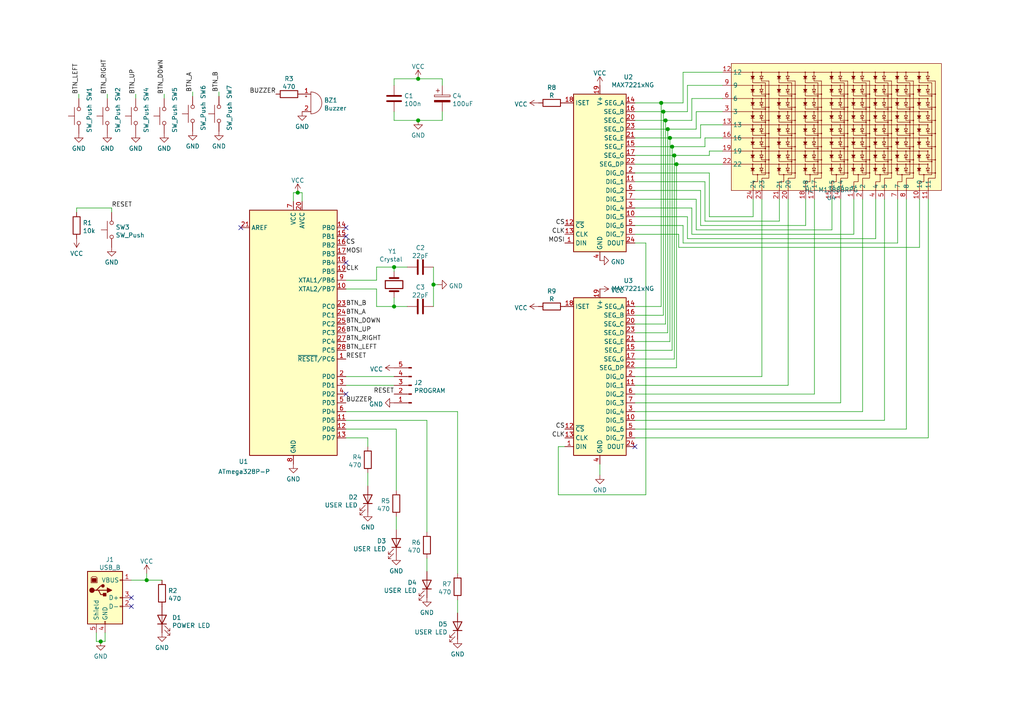
<source format=kicad_sch>
(kicad_sch (version 20210126) (generator eeschema)
  (paper "A4")
  (lib_symbols
    (symbol "Connector:Conn_01x05_Male" (pin_names (offset 1.016) hide)
      (property "Reference" "J" (at 0 7.62 0))
      (property "Value" "Conn_01x05_Male" (at 0 -7.62 0))
      (symbol "Conn_01x05_Male_1_1"
        (pin passive line (at 5.08 5.08 180) (length 3.81) (name "Pin_1") (number "1"))
        (pin passive line (at 5.08 2.54 180) (length 3.81) (name "Pin_2") (number "2"))
        (pin passive line (at 5.08 0 180) (length 3.81) (name "Pin_3") (number "3"))
        (pin passive line (at 5.08 -2.54 180) (length 3.81) (name "Pin_4") (number "4"))
        (pin passive line (at 5.08 -5.08 180) (length 3.81) (name "Pin_5") (number "5"))
      )
    )
    (symbol "Connector:USB_B" (pin_names (offset 1.016))
      (property "Reference" "J" (at -5.08 11.43 0))
      (property "Value" "USB_B" (at -5.08 8.89 0))
      (symbol "USB_B_1_1"
        (pin power_out line (at 7.62 5.08 180) (length 2.54) (name "VBUS") (number "1"))
        (pin bidirectional line (at 7.62 -2.54 180) (length 2.54) (name "D-") (number "2"))
        (pin bidirectional line (at 7.62 0 180) (length 2.54) (name "D+") (number "3"))
        (pin power_out line (at 0 -10.16 90) (length 2.54) (name "GND") (number "4"))
        (pin passive line (at -2.54 -10.16 90) (length 2.54) (name "Shield") (number "5"))
      )
    )
    (symbol "Device:Buzzer" (pin_names (offset 0.0254) hide)
      (property "Reference" "BZ" (at 3.81 1.27 0))
      (property "Value" "Buzzer" (at 3.81 -1.27 0))
      (symbol "Buzzer_1_1"
        (pin passive line (at -2.54 2.54 0) (length 2.54) (name "-") (number "1"))
        (pin passive line (at -2.54 -2.54 0) (length 2.54) (name "+") (number "2"))
      )
    )
    (symbol "Device:C" (pin_numbers hide) (pin_names (offset 0.254))
      (property "Reference" "C" (at 0.635 2.54 0))
      (property "Value" "C" (at 0.635 -2.54 0))
      (symbol "C_1_1"
        (pin passive line (at 0 3.81 270) (length 2.794) (name "~") (number "1"))
        (pin passive line (at 0 -3.81 90) (length 2.794) (name "~") (number "2"))
      )
    )
    (symbol "Device:C_Polarized" (pin_numbers hide) (pin_names (offset 0.254))
      (property "Reference" "C" (at 0.635 2.54 0))
      (property "Value" "C_Polarized" (at 0.635 -2.54 0))
      (symbol "C_Polarized_1_1"
        (pin passive line (at 0 3.81 270) (length 2.794) (name "~") (number "1"))
        (pin passive line (at 0 -3.81 90) (length 2.794) (name "~") (number "2"))
      )
    )
    (symbol "Device:Crystal" (pin_numbers hide) (pin_names (offset 1.016) hide)
      (property "Reference" "Y" (at 0 3.81 0))
      (property "Value" "Crystal" (at 0 -3.81 0))
      (symbol "Crystal_1_1"
        (pin passive line (at -3.81 0 0) (length 1.27) (name "1") (number "1"))
        (pin passive line (at 3.81 0 180) (length 1.27) (name "2") (number "2"))
      )
    )
    (symbol "Device:LED" (pin_numbers hide) (pin_names (offset 1.016) hide)
      (property "Reference" "D" (at 0 2.54 0))
      (property "Value" "LED" (at 0 -2.54 0))
      (symbol "LED_1_1"
        (pin passive line (at -3.81 0 0) (length 2.54) (name "K") (number "1"))
        (pin passive line (at 3.81 0 180) (length 2.54) (name "A") (number "2"))
      )
    )
    (symbol "Device:R" (pin_numbers hide) (pin_names (offset 0))
      (property "Reference" "R" (at 2.032 0 90))
      (property "Value" "R" (at 0 0 90))
      (symbol "R_1_1"
        (pin passive line (at 0 3.81 270) (length 1.27) (name "~") (number "1"))
        (pin passive line (at 0 -3.81 90) (length 1.27) (name "~") (number "2"))
      )
    )
    (symbol "Driver_LED:MAX7221xNG"
      (property "Reference" "U" (at -6.35 24.13 0))
      (property "Value" "MAX7221xNG" (at 1.27 25.4 0))
      (symbol "MAX7221xNG_1_1"
        (pin input line (at -10.16 -20.32 0) (length 2.54) (name "DIN") (number "1"))
        (pin open_collector line (at 10.16 -12.7 180) (length 2.54) (name "DIG_5") (number "10"))
        (pin open_collector line (at 10.16 -2.54 180) (length 2.54) (name "DIG_1") (number "11"))
        (pin input line (at -10.16 -15.24 0) (length 2.54) (name "~CS") (number "12"))
        (pin input line (at -10.16 -17.78 0) (length 2.54) (name "CLK") (number "13"))
        (pin open_emitter line (at 10.16 20.32 180) (length 2.54) (name "SEG_A") (number "14"))
        (pin open_emitter line (at 10.16 7.62 180) (length 2.54) (name "SEG_F") (number "15"))
        (pin open_emitter line (at 10.16 17.78 180) (length 2.54) (name "SEG_B") (number "16"))
        (pin open_emitter line (at 10.16 5.08 180) (length 2.54) (name "SEG_G") (number "17"))
        (pin input line (at -10.16 20.32 0) (length 2.54) (name "ISET") (number "18"))
        (pin power_in line (at 0 25.4 270) (length 2.54) (name "V+") (number "19"))
        (pin open_collector line (at 10.16 0 180) (length 2.54) (name "DIG_0") (number "2"))
        (pin open_emitter line (at 10.16 15.24 180) (length 2.54) (name "SEG_C") (number "20"))
        (pin open_emitter line (at 10.16 10.16 180) (length 2.54) (name "SEG_E") (number "21"))
        (pin open_emitter line (at 10.16 2.54 180) (length 2.54) (name "SEG_DP") (number "22"))
        (pin open_emitter line (at 10.16 12.7 180) (length 2.54) (name "SEG_D") (number "23"))
        (pin output line (at 10.16 -20.32 180) (length 2.54) (name "DOUT") (number "24"))
        (pin open_collector line (at 10.16 -10.16 180) (length 2.54) (name "DIG_4") (number "3"))
        (pin power_in line (at 0 -25.4 90) (length 2.54) (name "GND") (number "4"))
        (pin open_collector line (at 10.16 -15.24 180) (length 2.54) (name "DIG_6") (number "5"))
        (pin open_collector line (at 10.16 -5.08 180) (length 2.54) (name "DIG_2") (number "6"))
        (pin open_collector line (at 10.16 -7.62 180) (length 2.54) (name "DIG_3") (number "7"))
        (pin open_collector line (at 10.16 -17.78 180) (length 2.54) (name "DIG_7") (number "8"))
        (pin passive line (at 0 -25.4 90) (length 2.54) hide (name "GND") (number "9"))
      )
    )
    (symbol "MCU_Microchip_ATmega:ATmega328P-P"
      (property "Reference" "U" (at -12.7 36.83 0))
      (property "Value" "ATmega328P-P" (at 2.54 -36.83 0))
      (symbol "ATmega328P-P_1_1"
        (pin bidirectional line (at 15.24 -7.62 180) (length 2.54) (name "~RESET~/PC6") (number "1"))
        (pin bidirectional line (at 15.24 12.7 180) (length 2.54) (name "XTAL2/PB7") (number "10"))
        (pin bidirectional line (at 15.24 -25.4 180) (length 2.54) (name "PD5") (number "11"))
        (pin bidirectional line (at 15.24 -27.94 180) (length 2.54) (name "PD6") (number "12"))
        (pin bidirectional line (at 15.24 -30.48 180) (length 2.54) (name "PD7") (number "13"))
        (pin bidirectional line (at 15.24 30.48 180) (length 2.54) (name "PB0") (number "14"))
        (pin bidirectional line (at 15.24 27.94 180) (length 2.54) (name "PB1") (number "15"))
        (pin bidirectional line (at 15.24 25.4 180) (length 2.54) (name "PB2") (number "16"))
        (pin bidirectional line (at 15.24 22.86 180) (length 2.54) (name "PB3") (number "17"))
        (pin bidirectional line (at 15.24 20.32 180) (length 2.54) (name "PB4") (number "18"))
        (pin bidirectional line (at 15.24 17.78 180) (length 2.54) (name "PB5") (number "19"))
        (pin bidirectional line (at 15.24 -12.7 180) (length 2.54) (name "PD0") (number "2"))
        (pin power_in line (at 2.54 38.1 270) (length 2.54) (name "AVCC") (number "20"))
        (pin passive line (at -15.24 30.48 0) (length 2.54) (name "AREF") (number "21"))
        (pin passive line (at 0 -38.1 90) (length 2.54) hide (name "GND") (number "22"))
        (pin bidirectional line (at 15.24 7.62 180) (length 2.54) (name "PC0") (number "23"))
        (pin bidirectional line (at 15.24 5.08 180) (length 2.54) (name "PC1") (number "24"))
        (pin bidirectional line (at 15.24 2.54 180) (length 2.54) (name "PC2") (number "25"))
        (pin bidirectional line (at 15.24 0 180) (length 2.54) (name "PC3") (number "26"))
        (pin bidirectional line (at 15.24 -2.54 180) (length 2.54) (name "PC4") (number "27"))
        (pin bidirectional line (at 15.24 -5.08 180) (length 2.54) (name "PC5") (number "28"))
        (pin bidirectional line (at 15.24 -15.24 180) (length 2.54) (name "PD1") (number "3"))
        (pin bidirectional line (at 15.24 -17.78 180) (length 2.54) (name "PD2") (number "4"))
        (pin bidirectional line (at 15.24 -20.32 180) (length 2.54) (name "PD3") (number "5"))
        (pin bidirectional line (at 15.24 -22.86 180) (length 2.54) (name "PD4") (number "6"))
        (pin power_in line (at 0 38.1 270) (length 2.54) (name "VCC") (number "7"))
        (pin power_in line (at 0 -38.1 90) (length 2.54) (name "GND") (number "8"))
        (pin bidirectional line (at 15.24 15.24 180) (length 2.54) (name "XTAL1/PB6") (number "9"))
      )
    )
    (symbol "Switch:SW_Push" (pin_numbers hide) (pin_names (offset 1.016) hide)
      (property "Reference" "SW" (at 1.27 2.54 0))
      (property "Value" "SW_Push" (at 0 -1.524 0))
      (symbol "SW_Push_0_1"
        (pin passive line (at -5.08 0 0) (length 2.54) (name "1") (number "1"))
        (pin passive line (at 5.08 0 180) (length 2.54) (name "2") (number "2"))
      )
    )
    (symbol "power:GND" (power) (pin_names (offset 0))
      (property "Value" "GND" (at 0 -3.81 0))
      (symbol "GND_1_1"
        (pin power_in line (at 0 0 270) (length 0) hide (name "GND") (number "1"))
      )
    )
    (symbol "power:VCC" (power) (pin_names (offset 0))
      (property "Value" "VCC" (at 0 3.81 0))
      (symbol "VCC_1_1"
        (pin power_in line (at 0 0 90) (length 0) hide (name "VCC") (number "1"))
      )
    )
    (symbol "spark-console:HL-M1388BRPG"
      (property "Reference" "U4" (at 16.3576 21.1624 0))
      (property "Value" "HL-M1388BRPG" (at 16.3576 18.8637 0))
      (symbol "HL-M1388BRPG_1_1"
        (pin input line (at 22.86 21.59 270) (length 2.54) (name "1") (number "1"))
        (pin input line (at 41.91 21.59 270) (length 2.54) (name "10") (number "10"))
        (pin input line (at 44.45 21.59 270) (length 2.54) (name "11") (number "11"))
        (pin input line (at -15.24 -15.24 0) (length 2.54) (name "12") (number "12"))
        (pin input line (at -15.24 0 0) (length 2.54) (name "13") (number "13"))
        (pin input line (at 19.05 21.59 270) (length 2.54) (name "14") (number "14"))
        (pin input line (at 16.51 21.59 270) (length 2.54) (name "15") (number "15"))
        (pin input line (at -15.24 3.81 0) (length 2.54) (name "16") (number "16"))
        (pin input line (at 11.43 21.59 270) (length 2.54) (name "17") (number "17"))
        (pin input line (at 8.89 21.59 270) (length 2.54) (name "18") (number "18"))
        (pin input line (at -15.24 7.62 0) (length 2.54) (name "19") (number "19"))
        (pin input line (at 25.4 21.59 270) (length 2.54) (name "2") (number "2"))
        (pin input line (at 3.81 21.59 270) (length 2.54) (name "20") (number "20"))
        (pin input line (at 1.27 21.59 270) (length 2.54) (name "21") (number "21"))
        (pin input line (at -15.24 11.43 0) (length 2.54) (name "22") (number "22"))
        (pin input line (at -3.81 21.59 270) (length 2.54) (name "23") (number "23"))
        (pin input line (at -6.35 21.59 270) (length 2.54) (name "24") (number "24"))
        (pin input line (at -15.24 -3.81 0) (length 2.54) (name "3") (number "3"))
        (pin input line (at 29.21 21.59 270) (length 2.54) (name "4") (number "4"))
        (pin input line (at 31.75 21.59 270) (length 2.54) (name "5") (number "5"))
        (pin input line (at -15.24 -7.62 0) (length 2.54) (name "6") (number "6"))
        (pin input line (at 35.56 21.59 270) (length 2.54) (name "7") (number "7"))
        (pin input line (at 38.1 21.59 270) (length 2.54) (name "8") (number "8"))
        (pin input line (at -15.24 -11.43 0) (length 2.54) (name "9") (number "9"))
      )
    )
  )
  (junction (at 29.21 186.055) (diameter 1.016))
  (junction (at 42.545 168.275) (diameter 1.016))
  (junction (at 86.36 55.88) (diameter 1.016))
  (junction (at 114.3 77.47) (diameter 1.016))
  (junction (at 114.3 88.9) (diameter 1.016))
  (junction (at 121.285 22.86) (diameter 1.016))
  (junction (at 121.285 34.925) (diameter 1.016))
  (junction (at 125.73 82.55) (diameter 1.016))
  (junction (at 191.77 29.845) (diameter 1.016))
  (junction (at 192.405 32.385) (diameter 1.016))
  (junction (at 193.04 34.925) (diameter 1.016))
  (junction (at 193.675 37.465) (diameter 1.016))
  (junction (at 194.31 40.005) (diameter 1.016))
  (junction (at 194.945 42.545) (diameter 1.016))
  (junction (at 195.58 45.085) (diameter 1.016))
  (junction (at 196.215 47.625) (diameter 1.016))
  (no_connect (at 38.1 173.355))
  (no_connect (at 38.1 175.895))
  (no_connect (at 69.85 66.04))
  (no_connect (at 100.33 66.04))
  (no_connect (at 100.33 68.58))
  (no_connect (at 100.33 76.2))
  (no_connect (at 100.33 114.3))
  (no_connect (at 184.15 129.54))
  (wire (pts (xy 22.225 60.325) (xy 22.225 61.595)))
  (wire (pts (xy 22.225 60.325) (xy 32.385 60.325)))
  (wire (pts (xy 22.86 27.305) (xy 22.86 28.575)))
  (wire (pts (xy 27.94 183.515) (xy 27.94 186.055)))
  (wire (pts (xy 27.94 186.055) (xy 29.21 186.055)))
  (wire (pts (xy 29.21 186.055) (xy 30.48 186.055)))
  (wire (pts (xy 30.48 183.515) (xy 30.48 186.055)))
  (wire (pts (xy 31.115 27.305) (xy 31.115 28.575)))
  (wire (pts (xy 32.385 60.325) (xy 32.385 61.595)))
  (wire (pts (xy 38.1 168.275) (xy 42.545 168.275)))
  (wire (pts (xy 39.37 27.305) (xy 39.37 28.575)))
  (wire (pts (xy 42.545 166.37) (xy 42.545 168.275)))
  (wire (pts (xy 42.545 168.275) (xy 46.99 168.275)))
  (wire (pts (xy 47.625 27.305) (xy 47.625 28.575)))
  (wire (pts (xy 55.88 26.67) (xy 55.88 27.94)))
  (wire (pts (xy 63.5 26.67) (xy 63.5 27.94)))
  (wire (pts (xy 85.09 55.88) (xy 86.36 55.88)))
  (wire (pts (xy 85.09 58.42) (xy 85.09 55.88)))
  (wire (pts (xy 86.36 55.88) (xy 87.63 55.88)))
  (wire (pts (xy 87.63 55.88) (xy 87.63 58.42)))
  (wire (pts (xy 100.33 81.28) (xy 109.22 81.28)))
  (wire (pts (xy 100.33 83.82) (xy 109.22 83.82)))
  (wire (pts (xy 100.33 109.22) (xy 114.3 109.22)))
  (wire (pts (xy 100.33 111.76) (xy 114.3 111.76)))
  (wire (pts (xy 100.33 119.38) (xy 132.715 119.38)))
  (wire (pts (xy 100.33 121.92) (xy 123.825 121.92)))
  (wire (pts (xy 100.33 124.46) (xy 114.935 124.46)))
  (wire (pts (xy 100.33 127) (xy 106.68 127)))
  (wire (pts (xy 106.68 127) (xy 106.68 129.54)))
  (wire (pts (xy 106.68 137.16) (xy 106.68 140.97)))
  (wire (pts (xy 109.22 77.47) (xy 114.3 77.47)))
  (wire (pts (xy 109.22 81.28) (xy 109.22 77.47)))
  (wire (pts (xy 109.22 83.82) (xy 109.22 88.9)))
  (wire (pts (xy 109.22 88.9) (xy 114.3 88.9)))
  (wire (pts (xy 114.3 22.86) (xy 121.285 22.86)))
  (wire (pts (xy 114.3 24.765) (xy 114.3 22.86)))
  (wire (pts (xy 114.3 32.385) (xy 114.3 34.925)))
  (wire (pts (xy 114.3 34.925) (xy 121.285 34.925)))
  (wire (pts (xy 114.3 77.47) (xy 118.11 77.47)))
  (wire (pts (xy 114.3 78.74) (xy 114.3 77.47)))
  (wire (pts (xy 114.3 86.36) (xy 114.3 88.9)))
  (wire (pts (xy 114.935 124.46) (xy 114.935 142.24)))
  (wire (pts (xy 114.935 149.86) (xy 114.935 153.67)))
  (wire (pts (xy 118.11 88.9) (xy 114.3 88.9)))
  (wire (pts (xy 121.285 22.86) (xy 128.27 22.86)))
  (wire (pts (xy 121.285 34.925) (xy 128.27 34.925)))
  (wire (pts (xy 123.825 121.92) (xy 123.825 154.305)))
  (wire (pts (xy 123.825 161.925) (xy 123.825 165.735)))
  (wire (pts (xy 125.73 77.47) (xy 125.73 82.55)))
  (wire (pts (xy 125.73 82.55) (xy 125.73 88.9)))
  (wire (pts (xy 125.73 82.55) (xy 127 82.55)))
  (wire (pts (xy 128.27 22.86) (xy 128.27 24.765)))
  (wire (pts (xy 128.27 32.385) (xy 128.27 34.925)))
  (wire (pts (xy 132.715 119.38) (xy 132.715 166.37)))
  (wire (pts (xy 132.715 173.99) (xy 132.715 177.8)))
  (wire (pts (xy 161.925 129.54) (xy 163.83 129.54)))
  (wire (pts (xy 161.925 143.51) (xy 161.925 129.54)))
  (wire (pts (xy 173.99 134.62) (xy 173.99 137.795)))
  (wire (pts (xy 184.15 29.845) (xy 191.77 29.845)))
  (wire (pts (xy 184.15 32.385) (xy 192.405 32.385)))
  (wire (pts (xy 184.15 34.925) (xy 193.04 34.925)))
  (wire (pts (xy 184.15 37.465) (xy 193.675 37.465)))
  (wire (pts (xy 184.15 40.005) (xy 194.31 40.005)))
  (wire (pts (xy 184.15 45.085) (xy 195.58 45.085)))
  (wire (pts (xy 184.15 47.625) (xy 196.215 47.625)))
  (wire (pts (xy 184.15 50.165) (xy 205.74 50.165)))
  (wire (pts (xy 184.15 52.705) (xy 204.47 52.705)))
  (wire (pts (xy 184.15 55.245) (xy 203.2 55.245)))
  (wire (pts (xy 184.15 57.785) (xy 201.93 57.785)))
  (wire (pts (xy 184.15 60.325) (xy 200.66 60.325)))
  (wire (pts (xy 184.15 62.865) (xy 199.39 62.865)))
  (wire (pts (xy 184.15 65.405) (xy 198.12 65.405)))
  (wire (pts (xy 184.15 67.945) (xy 196.85 67.945)))
  (wire (pts (xy 184.15 70.485) (xy 187.325 70.485)))
  (wire (pts (xy 184.15 88.9) (xy 191.77 88.9)))
  (wire (pts (xy 184.15 91.44) (xy 192.405 91.44)))
  (wire (pts (xy 184.15 93.98) (xy 193.04 93.98)))
  (wire (pts (xy 184.15 96.52) (xy 193.675 96.52)))
  (wire (pts (xy 184.15 99.06) (xy 194.31 99.06)))
  (wire (pts (xy 184.15 101.6) (xy 194.945 101.6)))
  (wire (pts (xy 184.15 104.14) (xy 195.58 104.14)))
  (wire (pts (xy 184.15 106.68) (xy 196.215 106.68)))
  (wire (pts (xy 184.15 109.22) (xy 220.98 109.22)))
  (wire (pts (xy 184.15 111.76) (xy 228.6 111.76)))
  (wire (pts (xy 184.15 114.3) (xy 236.22 114.3)))
  (wire (pts (xy 184.15 116.84) (xy 243.84 116.84)))
  (wire (pts (xy 184.15 119.38) (xy 250.19 119.38)))
  (wire (pts (xy 184.15 121.92) (xy 256.54 121.92)))
  (wire (pts (xy 184.15 124.46) (xy 262.89 124.46)))
  (wire (pts (xy 184.15 127) (xy 269.24 127)))
  (wire (pts (xy 187.325 70.485) (xy 187.325 143.51)))
  (wire (pts (xy 187.325 143.51) (xy 161.925 143.51)))
  (wire (pts (xy 191.77 29.845) (xy 198.12 29.845)))
  (wire (pts (xy 191.77 88.9) (xy 191.77 29.845)))
  (wire (pts (xy 192.405 32.385) (xy 199.39 32.385)))
  (wire (pts (xy 192.405 91.44) (xy 192.405 32.385)))
  (wire (pts (xy 193.04 34.925) (xy 200.66 34.925)))
  (wire (pts (xy 193.04 93.98) (xy 193.04 34.925)))
  (wire (pts (xy 193.675 37.465) (xy 201.93 37.465)))
  (wire (pts (xy 193.675 96.52) (xy 193.675 37.465)))
  (wire (pts (xy 194.31 40.005) (xy 203.2 40.005)))
  (wire (pts (xy 194.31 99.06) (xy 194.31 40.005)))
  (wire (pts (xy 194.945 42.545) (xy 184.15 42.545)))
  (wire (pts (xy 194.945 101.6) (xy 194.945 42.545)))
  (wire (pts (xy 195.58 45.085) (xy 205.74 45.085)))
  (wire (pts (xy 195.58 104.14) (xy 195.58 45.085)))
  (wire (pts (xy 196.215 47.625) (xy 209.55 47.625)))
  (wire (pts (xy 196.215 106.68) (xy 196.215 47.625)))
  (wire (pts (xy 196.85 67.945) (xy 196.85 71.755)))
  (wire (pts (xy 196.85 71.755) (xy 266.7 71.755)))
  (wire (pts (xy 198.12 20.955) (xy 209.55 20.955)))
  (wire (pts (xy 198.12 29.845) (xy 198.12 20.955)))
  (wire (pts (xy 198.12 65.405) (xy 198.12 70.485)))
  (wire (pts (xy 198.12 70.485) (xy 260.35 70.485)))
  (wire (pts (xy 199.39 24.765) (xy 209.55 24.765)))
  (wire (pts (xy 199.39 32.385) (xy 199.39 24.765)))
  (wire (pts (xy 199.39 62.865) (xy 199.39 69.215)))
  (wire (pts (xy 199.39 69.215) (xy 254 69.215)))
  (wire (pts (xy 200.66 28.575) (xy 209.55 28.575)))
  (wire (pts (xy 200.66 34.925) (xy 200.66 28.575)))
  (wire (pts (xy 200.66 60.325) (xy 200.66 67.945)))
  (wire (pts (xy 200.66 67.945) (xy 247.65 67.945)))
  (wire (pts (xy 201.93 32.385) (xy 201.93 37.465)))
  (wire (pts (xy 201.93 57.785) (xy 201.93 66.675)))
  (wire (pts (xy 201.93 66.675) (xy 241.3 66.675)))
  (wire (pts (xy 203.2 36.195) (xy 209.55 36.195)))
  (wire (pts (xy 203.2 40.005) (xy 203.2 36.195)))
  (wire (pts (xy 203.2 55.245) (xy 203.2 65.405)))
  (wire (pts (xy 203.2 65.405) (xy 233.68 65.405)))
  (wire (pts (xy 204.47 40.005) (xy 204.47 42.545)))
  (wire (pts (xy 204.47 42.545) (xy 194.945 42.545)))
  (wire (pts (xy 204.47 52.705) (xy 204.47 64.135)))
  (wire (pts (xy 204.47 64.135) (xy 226.06 64.135)))
  (wire (pts (xy 205.74 43.815) (xy 209.55 43.815)))
  (wire (pts (xy 205.74 45.085) (xy 205.74 43.815)))
  (wire (pts (xy 205.74 50.165) (xy 205.74 62.865)))
  (wire (pts (xy 205.74 62.865) (xy 218.44 62.865)))
  (wire (pts (xy 209.55 32.385) (xy 201.93 32.385)))
  (wire (pts (xy 209.55 40.005) (xy 204.47 40.005)))
  (wire (pts (xy 218.44 62.865) (xy 218.44 57.785)))
  (wire (pts (xy 220.98 109.22) (xy 220.98 57.785)))
  (wire (pts (xy 226.06 64.135) (xy 226.06 57.785)))
  (wire (pts (xy 228.6 111.76) (xy 228.6 57.785)))
  (wire (pts (xy 233.68 57.785) (xy 233.68 65.405)))
  (wire (pts (xy 236.22 114.3) (xy 236.22 57.785)))
  (wire (pts (xy 241.3 66.675) (xy 241.3 57.785)))
  (wire (pts (xy 243.84 116.84) (xy 243.84 57.785)))
  (wire (pts (xy 247.65 67.945) (xy 247.65 57.785)))
  (wire (pts (xy 250.19 119.38) (xy 250.19 57.785)))
  (wire (pts (xy 254 69.215) (xy 254 57.785)))
  (wire (pts (xy 256.54 121.92) (xy 256.54 57.785)))
  (wire (pts (xy 260.35 70.485) (xy 260.35 57.785)))
  (wire (pts (xy 262.89 124.46) (xy 262.89 57.785)))
  (wire (pts (xy 266.7 71.755) (xy 266.7 57.785)))
  (wire (pts (xy 269.24 127) (xy 269.24 57.785)))
  (label "BTN_LEFT" (at 22.86 27.305 90))
  (label "BTN_RIGHT" (at 31.115 27.305 90))
  (label "RESET" (at 32.385 60.325 0))
  (label "BTN_UP" (at 39.37 27.305 90))
  (label "BTN_DOWN" (at 47.625 27.305 90))
  (label "BTN_A" (at 55.88 26.67 90))
  (label "BTN_B" (at 63.5 26.67 90))
  (label "BUZZER" (at 80.01 27.305 180))
  (label "CS" (at 100.33 71.12 0))
  (label "MOSI" (at 100.33 73.66 0))
  (label "CLK" (at 100.33 78.74 0))
  (label "BTN_B" (at 100.33 88.9 0))
  (label "BTN_A" (at 100.33 91.44 0))
  (label "BTN_DOWN" (at 100.33 93.98 0))
  (label "BTN_UP" (at 100.33 96.52 0))
  (label "BTN_RIGHT" (at 100.33 99.06 0))
  (label "BTN_LEFT" (at 100.33 101.6 0))
  (label "RESET" (at 100.33 104.14 0))
  (label "BUZZER" (at 100.33 116.84 0))
  (label "RESET" (at 114.3 114.3 180))
  (label "CS" (at 163.83 65.405 180))
  (label "CLK" (at 163.83 67.945 180))
  (label "MOSI" (at 163.83 70.485 180))
  (label "CS" (at 163.83 124.46 180))
  (label "CLK" (at 163.83 127 180))
  (symbol (lib_id "power:VCC") (at 22.225 69.215 180) (unit 1)
    (property "Reference" "#PWR01" (effects hide))
    (property "Value" "VCC" (at 22.225 73.5394 0))
  )
  (symbol (lib_id "power:VCC") (at 42.545 166.37 0) (unit 1)
    (property "Reference" "#PWR07" (effects hide))
    (property "Value" "VCC" (at 42.545 162.8226 0))
  )
  (symbol (lib_id "power:VCC") (at 86.36 55.88 0) (unit 1)
    (property "Reference" "#PWR013" (effects hide))
    (property "Value" "VCC" (at 86.36 52.3326 0))
  )
  (symbol (lib_id "power:VCC") (at 114.3 106.68 90) (unit 1)
    (property "Reference" "#PWR016" (effects hide))
    (property "Value" "VCC" (at 111.1249 107.0685 90) (effects (justify left)))
  )
  (symbol (lib_id "power:VCC") (at 121.285 22.86 0) (unit 1)
    (property "Reference" "#PWR019" (effects hide))
    (property "Value" "VCC" (at 121.285 19.3126 0))
  )
  (symbol (lib_id "power:VCC") (at 156.21 29.845 90) (unit 1)
    (property "Reference" "#PWR024" (effects hide))
    (property "Value" "VCC" (at 153.0349 30.2335 90) (effects (justify left)))
  )
  (symbol (lib_id "power:VCC") (at 156.21 88.9 90) (unit 1)
    (property "Reference" "#PWR025" (effects hide))
    (property "Value" "VCC" (at 153.0349 89.2885 90) (effects (justify left)))
  )
  (symbol (lib_id "power:VCC") (at 173.99 24.765 0) (unit 1)
    (property "Reference" "#PWR026" (effects hide))
    (property "Value" "VCC" (at 173.99 21.2176 0))
  )
  (symbol (lib_id "power:VCC") (at 173.99 83.82 270) (unit 1)
    (property "Reference" "#PWR028" (effects hide))
    (property "Value" "VCC" (at 177.1651 84.2085 90) (effects (justify left)))
  )
  (symbol (lib_id "power:GND") (at 22.86 38.735 0) (unit 1)
    (property "Reference" "#PWR02" (effects hide))
    (property "Value" "GND" (at 22.86 43.0594 0))
  )
  (symbol (lib_id "power:GND") (at 29.21 186.055 0) (unit 1)
    (property "Reference" "#PWR03" (effects hide))
    (property "Value" "GND" (at 29.21 190.3794 0))
  )
  (symbol (lib_id "power:GND") (at 31.115 38.735 0) (unit 1)
    (property "Reference" "#PWR04" (effects hide))
    (property "Value" "GND" (at 31.115 43.0594 0))
  )
  (symbol (lib_id "power:GND") (at 32.385 71.755 0) (unit 1)
    (property "Reference" "#PWR05" (effects hide))
    (property "Value" "GND" (at 32.385 76.0794 0))
  )
  (symbol (lib_id "power:GND") (at 39.37 38.735 0) (unit 1)
    (property "Reference" "#PWR06" (effects hide))
    (property "Value" "GND" (at 39.37 43.0594 0))
  )
  (symbol (lib_id "power:GND") (at 46.99 183.515 0) (unit 1)
    (property "Reference" "#PWR08" (effects hide))
    (property "Value" "GND" (at 46.99 187.8394 0))
  )
  (symbol (lib_id "power:GND") (at 47.625 38.735 0) (unit 1)
    (property "Reference" "#PWR09" (effects hide))
    (property "Value" "GND" (at 47.625 43.0594 0))
  )
  (symbol (lib_id "power:GND") (at 55.88 38.1 0) (unit 1)
    (property "Reference" "#PWR010" (effects hide))
    (property "Value" "GND" (at 55.88 42.4244 0))
  )
  (symbol (lib_id "power:GND") (at 63.5 38.1 0) (unit 1)
    (property "Reference" "#PWR011" (effects hide))
    (property "Value" "GND" (at 63.5 42.4244 0))
  )
  (symbol (lib_id "power:GND") (at 85.09 134.62 0) (unit 1)
    (property "Reference" "#PWR012" (effects hide))
    (property "Value" "GND" (at 85.09 138.9444 0))
  )
  (symbol (lib_id "power:GND") (at 87.63 32.385 0) (mirror y) (unit 1)
    (property "Reference" "#PWR014" (effects hide))
    (property "Value" "GND" (at 87.63 36.7094 0))
  )
  (symbol (lib_id "power:GND") (at 106.68 148.59 0) (mirror y) (unit 1)
    (property "Reference" "#PWR015" (effects hide))
    (property "Value" "GND" (at 106.68 152.9144 0))
  )
  (symbol (lib_id "power:GND") (at 114.3 116.84 270) (unit 1)
    (property "Reference" "#PWR017" (effects hide))
    (property "Value" "GND" (at 111.125 117.2285 90) (effects (justify right)))
  )
  (symbol (lib_id "power:GND") (at 114.935 161.29 0) (mirror y) (unit 1)
    (property "Reference" "#PWR018" (effects hide))
    (property "Value" "GND" (at 114.935 165.6144 0))
  )
  (symbol (lib_id "power:GND") (at 121.285 34.925 0) (unit 1)
    (property "Reference" "#PWR020" (effects hide))
    (property "Value" "GND" (at 121.285 39.2494 0))
  )
  (symbol (lib_id "power:GND") (at 123.825 173.355 0) (mirror y) (unit 1)
    (property "Reference" "#PWR021" (effects hide))
    (property "Value" "GND" (at 123.825 177.6794 0))
  )
  (symbol (lib_id "power:GND") (at 127 82.55 90) (unit 1)
    (property "Reference" "#PWR022" (effects hide))
    (property "Value" "GND" (at 130.1751 82.9385 90) (effects (justify right)))
  )
  (symbol (lib_id "power:GND") (at 132.715 185.42 0) (mirror y) (unit 1)
    (property "Reference" "#PWR023" (effects hide))
    (property "Value" "GND" (at 132.715 189.7444 0))
  )
  (symbol (lib_id "power:GND") (at 173.99 75.565 90) (unit 1)
    (property "Reference" "#PWR027" (effects hide))
    (property "Value" "GND" (at 177.1651 75.9535 90) (effects (justify right)))
  )
  (symbol (lib_id "power:GND") (at 173.99 137.795 0) (unit 1)
    (property "Reference" "#PWR029" (effects hide))
    (property "Value" "GND" (at 173.99 142.1194 0))
  )
  (symbol (lib_id "Device:R") (at 22.225 65.405 0) (unit 1)
    (property "Reference" "R1" (at 24.0031 64.6441 0) (effects (justify left)))
    (property "Value" "10k" (at 24.0031 66.9428 0) (effects (justify left)))
    (property "Footprint" "Resistor_THT:R_Axial_DIN0204_L3.6mm_D1.6mm_P7.62mm_Horizontal" (effects hide))
  )
  (symbol (lib_id "Device:R") (at 46.99 172.085 180) (unit 1)
    (property "Reference" "R2" (at 48.7681 171.3241 0) (effects (justify right)))
    (property "Value" "470" (at 48.7681 173.6228 0) (effects (justify right)))
    (property "Footprint" "Resistor_THT:R_Axial_DIN0204_L3.6mm_D1.6mm_P7.62mm_Horizontal" (effects hide))
  )
  (symbol (lib_id "Device:R") (at 83.82 27.305 270) (mirror x) (unit 1)
    (property "Reference" "R3" (at 83.82 22.8558 90))
    (property "Value" "470" (at 83.82 25.1545 90))
    (property "Footprint" "Resistor_THT:R_Axial_DIN0204_L3.6mm_D1.6mm_P7.62mm_Horizontal" (effects hide))
  )
  (symbol (lib_id "Device:R") (at 106.68 133.35 0) (mirror x) (unit 1)
    (property "Reference" "R4" (at 104.9019 132.5891 0) (effects (justify right)))
    (property "Value" "470" (at 104.9019 134.8878 0) (effects (justify right)))
    (property "Footprint" "Resistor_THT:R_Axial_DIN0204_L3.6mm_D1.6mm_P7.62mm_Horizontal" (effects hide))
  )
  (symbol (lib_id "Device:R") (at 114.935 146.05 0) (mirror x) (unit 1)
    (property "Reference" "R5" (at 113.1569 145.2891 0) (effects (justify right)))
    (property "Value" "470" (at 113.1569 147.5878 0) (effects (justify right)))
    (property "Footprint" "Resistor_THT:R_Axial_DIN0204_L3.6mm_D1.6mm_P7.62mm_Horizontal" (effects hide))
  )
  (symbol (lib_id "Device:R") (at 123.825 158.115 0) (mirror x) (unit 1)
    (property "Reference" "R6" (at 122.0469 157.3541 0) (effects (justify right)))
    (property "Value" "470" (at 122.0469 159.6528 0) (effects (justify right)))
    (property "Footprint" "Resistor_THT:R_Axial_DIN0204_L3.6mm_D1.6mm_P7.62mm_Horizontal" (effects hide))
  )
  (symbol (lib_id "Device:R") (at 132.715 170.18 0) (mirror x) (unit 1)
    (property "Reference" "R7" (at 130.9369 169.4191 0) (effects (justify right)))
    (property "Value" "470" (at 130.9369 171.7178 0) (effects (justify right)))
    (property "Footprint" "Resistor_THT:R_Axial_DIN0204_L3.6mm_D1.6mm_P7.62mm_Horizontal" (effects hide))
  )
  (symbol (lib_id "Device:R") (at 160.02 29.845 90) (unit 1)
    (property "Reference" "R8" (at 160.02 25.3958 90))
    (property "Value" "R" (at 160.02 27.6945 90))
    (property "Footprint" "Resistor_THT:R_Axial_DIN0204_L3.6mm_D1.6mm_P7.62mm_Horizontal" (effects hide))
  )
  (symbol (lib_id "Device:R") (at 160.02 88.9 90) (unit 1)
    (property "Reference" "R9" (at 160.02 84.4508 90))
    (property "Value" "R" (at 160.02 86.7495 90))
    (property "Footprint" "Resistor_THT:R_Axial_DIN0204_L3.6mm_D1.6mm_P7.62mm_Horizontal" (effects hide))
  )
  (symbol (lib_id "Device:LED") (at 46.99 179.705 90) (unit 1)
    (property "Reference" "D1" (at 49.9111 179.1346 90) (effects (justify right)))
    (property "Value" "POWER LED" (at 49.9111 181.4333 90) (effects (justify right)))
    (property "Footprint" "LED_THT:LED_D3.0mm" (effects hide))
  )
  (symbol (lib_id "Device:LED") (at 106.68 144.78 270) (mirror x) (unit 1)
    (property "Reference" "D2" (at 103.7589 144.2096 90) (effects (justify right)))
    (property "Value" "USER LED" (at 103.7589 146.5083 90) (effects (justify right)))
    (property "Footprint" "LED_THT:LED_D3.0mm" (effects hide))
  )
  (symbol (lib_id "Device:LED") (at 114.935 157.48 270) (mirror x) (unit 1)
    (property "Reference" "D3" (at 112.0139 156.9096 90) (effects (justify right)))
    (property "Value" "USER LED" (at 112.0139 159.2083 90) (effects (justify right)))
    (property "Footprint" "LED_THT:LED_D3.0mm" (effects hide))
  )
  (symbol (lib_id "Device:LED") (at 123.825 169.545 270) (mirror x) (unit 1)
    (property "Reference" "D4" (at 120.9039 168.9746 90) (effects (justify right)))
    (property "Value" "USER LED" (at 120.9039 171.2733 90) (effects (justify right)))
    (property "Footprint" "LED_THT:LED_D3.0mm" (effects hide))
  )
  (symbol (lib_id "Device:LED") (at 132.715 181.61 270) (mirror x) (unit 1)
    (property "Reference" "D5" (at 129.7939 181.0396 90) (effects (justify right)))
    (property "Value" "USER LED" (at 129.7939 183.3383 90) (effects (justify right)))
    (property "Footprint" "LED_THT:LED_D3.0mm" (effects hide))
  )
  (symbol (lib_id "Device:C") (at 114.3 28.575 0) (unit 1)
    (property "Reference" "C1" (at 117.2211 27.8141 0) (effects (justify left)))
    (property "Value" "100n" (at 117.2211 30.1128 0) (effects (justify left)))
    (property "Footprint" "Capacitor_THT:C_Disc_D4.7mm_W2.5mm_P5.00mm" (effects hide))
  )
  (symbol (lib_id "Device:C") (at 121.92 77.47 90) (unit 1)
    (property "Reference" "C2" (at 121.92 71.8778 90))
    (property "Value" "22pF" (at 121.92 74.1765 90))
    (property "Footprint" "Capacitor_THT:C_Disc_D4.7mm_W2.5mm_P5.00mm" (effects hide))
  )
  (symbol (lib_id "Device:C") (at 121.92 88.9 90) (unit 1)
    (property "Reference" "C3" (at 121.92 83.3078 90))
    (property "Value" "22pF" (at 121.92 85.6065 90))
    (property "Footprint" "Capacitor_THT:C_Disc_D4.7mm_W2.5mm_P5.00mm" (effects hide))
  )
  (symbol (lib_id "Device:C_Polarized") (at 128.27 28.575 0) (unit 1)
    (property "Reference" "C4" (at 131.1911 27.8141 0) (effects (justify left)))
    (property "Value" "100uF" (at 131.1911 30.1128 0) (effects (justify left)))
    (property "Footprint" "Capacitor_THT:CP_Radial_D6.3mm_P2.50mm" (effects hide))
  )
  (symbol (lib_id "Device:Buzzer") (at 90.17 29.845 0) (unit 1)
    (property "Reference" "BZ1" (at 93.9801 29.0841 0) (effects (justify left)))
    (property "Value" "Buzzer" (at 93.9801 31.3828 0) (effects (justify left)))
    (property "Footprint" "Buzzer_Beeper:Buzzer_15x7.5RM7.6" (effects hide))
  )
  (symbol (lib_id "Switch:SW_Push") (at 22.86 33.655 90) (unit 1)
    (property "Reference" "SW1" (at 25.9081 25.2741 0) (effects (justify right)))
    (property "Value" "SW_Push" (at 25.9081 30.1128 0) (effects (justify right)))
    (property "Footprint" "Button_Switch_THT:SW_PUSH-12mm" (effects hide))
  )
  (symbol (lib_id "Switch:SW_Push") (at 31.115 33.655 90) (unit 1)
    (property "Reference" "SW2" (at 34.1631 25.2741 0) (effects (justify right)))
    (property "Value" "SW_Push" (at 34.1631 30.1128 0) (effects (justify right)))
    (property "Footprint" "Button_Switch_THT:SW_PUSH-12mm" (effects hide))
  )
  (symbol (lib_id "Switch:SW_Push") (at 32.385 66.675 90) (unit 1)
    (property "Reference" "SW3" (at 33.5281 65.9141 90) (effects (justify right)))
    (property "Value" "SW_Push" (at 33.5281 68.2128 90) (effects (justify right)))
    (property "Footprint" "Button_Switch_THT:SW_PUSH_6mm" (effects hide))
  )
  (symbol (lib_id "Switch:SW_Push") (at 39.37 33.655 90) (unit 1)
    (property "Reference" "SW4" (at 42.4181 25.2741 0) (effects (justify right)))
    (property "Value" "SW_Push" (at 42.4181 30.1128 0) (effects (justify right)))
    (property "Footprint" "Button_Switch_THT:SW_PUSH-12mm" (effects hide))
  )
  (symbol (lib_id "Switch:SW_Push") (at 47.625 33.655 90) (unit 1)
    (property "Reference" "SW5" (at 50.6731 25.2741 0) (effects (justify right)))
    (property "Value" "SW_Push" (at 50.6731 30.1128 0) (effects (justify right)))
    (property "Footprint" "Button_Switch_THT:SW_PUSH-12mm" (effects hide))
  )
  (symbol (lib_id "Switch:SW_Push") (at 55.88 33.02 90) (unit 1)
    (property "Reference" "SW6" (at 58.9281 24.6391 0) (effects (justify right)))
    (property "Value" "SW_Push" (at 58.9281 29.4778 0) (effects (justify right)))
    (property "Footprint" "Button_Switch_THT:SW_PUSH-12mm" (effects hide))
  )
  (symbol (lib_id "Switch:SW_Push") (at 63.5 33.02 90) (unit 1)
    (property "Reference" "SW7" (at 66.5481 24.6391 0) (effects (justify right)))
    (property "Value" "SW_Push" (at 66.5481 29.4778 0) (effects (justify right)))
    (property "Footprint" "Button_Switch_THT:SW_PUSH-12mm" (effects hide))
  )
  (symbol (lib_id "Device:Crystal") (at 114.3 82.55 90) (unit 1)
    (property "Reference" "Y1" (at 112.5475 72.8991 90) (effects (justify right)))
    (property "Value" "Crystal" (at 110.0075 75.1978 90) (effects (justify right)))
    (property "Footprint" "Crystal:Crystal_HC49-4H_Vertical" (effects hide))
  )
  (symbol (lib_id "Connector:Conn_01x05_Male") (at 119.38 111.76 180) (unit 1)
    (property "Reference" "J2" (at 120.0913 110.9991 0) (effects (justify right)))
    (property "Value" "PROGRAM" (at 120.0913 113.2978 0) (effects (justify right)))
    (property "Footprint" "Connector_PinHeader_2.54mm:PinHeader_1x05_P2.54mm_Horizontal" (effects hide))
  )
  (symbol (lib_id "Connector:USB_B") (at 30.48 173.355 0) (unit 1)
    (property "Reference" "J1" (at 31.877 162.3018 0))
    (property "Value" "USB_B" (at 31.877 164.6005 0))
    (property "Footprint" "Connector_USB:USB_Micro-B_Wuerth_614105150721_Vertical" (effects hide))
    (property "Datasheet" " ~" (effects hide))
  )
  (symbol (lib_id "Driver_LED:MAX7221xNG") (at 173.99 50.165 0) (unit 1)
    (property "Reference" "U2" (at 182.245 22.3478 0))
    (property "Value" "MAX7221xNG" (at 183.515 24.6465 0))
    (property "Footprint" "Package_DIP:DIP-24_W7.62mm" (effects hide))
    (property "Datasheet" "https://datasheets.maximintegrated.com/en/ds/MAX7219-MAX7221.pdf" (effects hide))
  )
  (symbol (lib_id "Driver_LED:MAX7221xNG") (at 173.99 109.22 0) (unit 1)
    (property "Reference" "U3" (at 182.245 81.4028 0))
    (property "Value" "MAX7221xNG" (at 183.515 83.7015 0))
    (property "Footprint" "Package_DIP:DIP-24_W7.62mm" (effects hide))
    (property "Datasheet" "https://datasheets.maximintegrated.com/en/ds/MAX7219-MAX7221.pdf" (effects hide))
  )
  (symbol (lib_id "MCU_Microchip_ATmega:ATmega328P-P") (at 85.09 96.52 0) (unit 1)
    (property "Reference" "U1" (at 72.009 133.8591 0) (effects (justify right)))
    (property "Value" "ATmega328P-P" (at 78.359 136.7928 0) (effects (justify right)))
    (property "Footprint" "Package_DIP:DIP-28_W7.62mm" (effects hide))
    (property "Datasheet" "http://ww1.microchip.com/downloads/en/DeviceDoc/ATmega328_P%20AVR%20MCU%20with%20picoPower%20Technology%20Data%20Sheet%2040001984A.pdf" (effects hide))
  )
  (symbol (lib_id "spark-console:HL-M1388BRPG") (at 224.79 36.195 0) (mirror x) (unit 1)
    (property "Reference" "U4" (at 241.1476 57.3574 0))
    (property "Value" "HL-M1388BRPG" (at 241.1476 55.0587 0))
    (property "Footprint" "spark-console:HL-M1388BRPG" (effects hide))
  )
)
</source>
